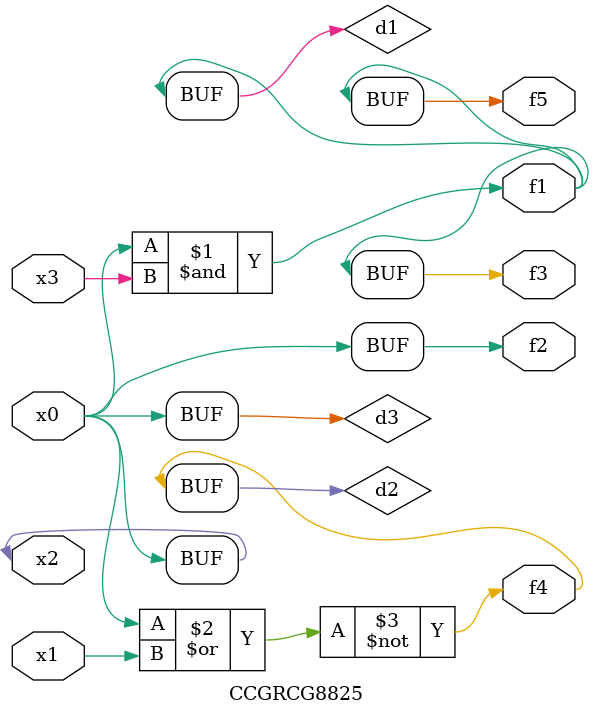
<source format=v>
module CCGRCG8825(
	input x0, x1, x2, x3,
	output f1, f2, f3, f4, f5
);

	wire d1, d2, d3;

	and (d1, x2, x3);
	nor (d2, x0, x1);
	buf (d3, x0, x2);
	assign f1 = d1;
	assign f2 = d3;
	assign f3 = d1;
	assign f4 = d2;
	assign f5 = d1;
endmodule

</source>
